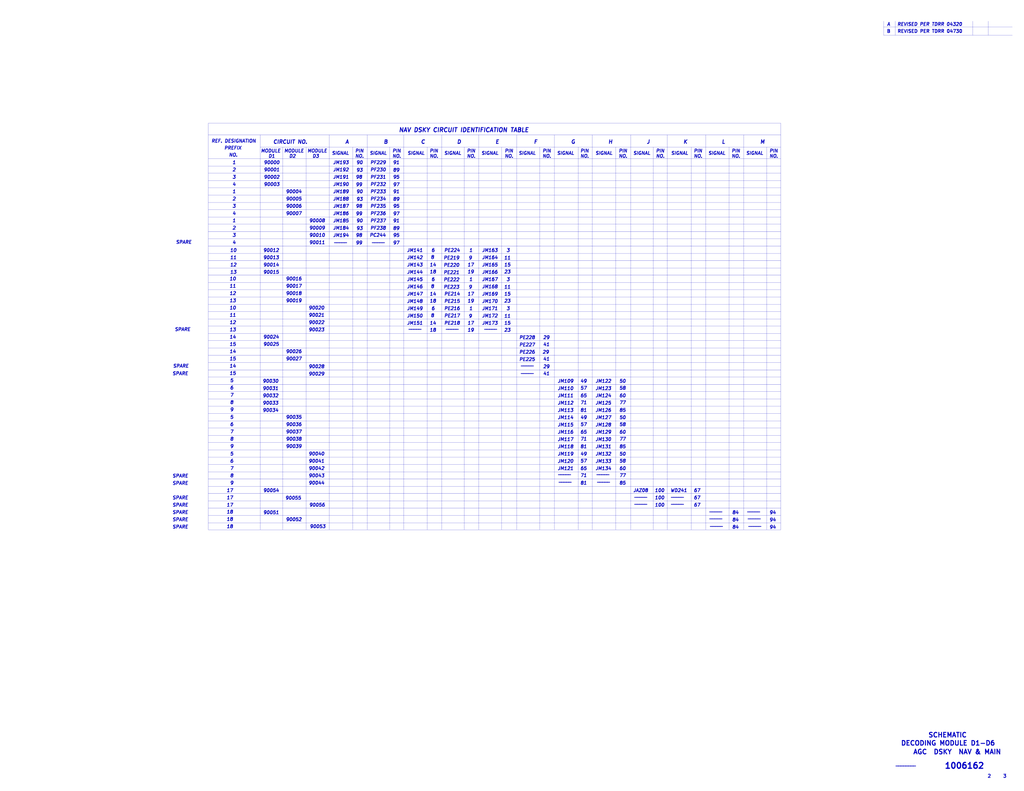
<source format=kicad_sch>
(kicad_sch (version 20211123) (generator eeschema)
  (paper "E")
  (lib_symbols)
  (polyline (pts (xy 227.33 403.9108) (xy 852.17 403.9108)) (stroke (width 0) (type solid)))
  (polyline (pts (xy 227.33 324.4088) (xy 852.17 324.4088)) (stroke (width 0) (type solid)))
  (polyline (pts (xy 227.33 147.32) (xy 852.17 147.32)) (stroke (width 0) (type solid)))
  (polyline (pts (xy 728.345 147.32) (xy 728.345 578.485)) (stroke (width 0) (type solid)))
  (polyline (pts (xy 646.43 147.32) (xy 646.43 578.485)) (stroke (width 0) (type solid)))
  (polyline (pts (xy 227.33 459.5622) (xy 852.17 459.5622)) (stroke (width 0) (type solid)))
  (polyline (pts (xy 227.33 372.11) (xy 852.17 372.11)) (stroke (width 0) (type solid)))
  (polyline (pts (xy 589.28 160.655) (xy 589.28 578.485)) (stroke (width 0) (type solid)))
  (polyline (pts (xy 227.33 562.9148) (xy 852.17 562.9148)) (stroke (width 0) (type solid)))
  (polyline (pts (xy 227.33 189.2554) (xy 852.17 189.2554)) (stroke (width 0) (type solid)))
  (polyline (pts (xy 836.93 160.655) (xy 836.93 578.485)) (stroke (width 0) (type solid)))
  (polyline (pts (xy 754.38 160.655) (xy 754.38 578.485)) (stroke (width 0) (type solid)))
  (polyline (pts (xy 227.33 507.2634) (xy 852.17 507.2634)) (stroke (width 0) (type solid)))
  (polyline (pts (xy 227.33 308.5084) (xy 852.17 308.5084)) (stroke (width 0) (type solid)))
  (polyline (pts (xy 227.33 134.62) (xy 852.17 134.62)) (stroke (width 0) (type solid)))
  (polyline (pts (xy 852.17 134.62) (xy 852.17 578.485)) (stroke (width 0) (type solid)))
  (polyline (pts (xy 713.105 160.655) (xy 713.105 578.485)) (stroke (width 0) (type solid)))
  (polyline (pts (xy 227.33 213.106) (xy 852.17 213.106)) (stroke (width 0) (type solid)))
  (polyline (pts (xy 227.33 380.0602) (xy 852.17 380.0602)) (stroke (width 0) (type solid)))
  (polyline (pts (xy 359.41 147.32) (xy 359.41 578.485)) (stroke (width 0) (type solid)))
  (polyline (pts (xy 227.33 411.861) (xy 852.17 411.861)) (stroke (width 0) (type solid)))
  (polyline (pts (xy 522.605 147.32) (xy 522.605 578.485)) (stroke (width 0) (type solid)))
  (polyline (pts (xy 227.33 499.3132) (xy 852.17 499.3132)) (stroke (width 0) (type solid)))
  (polyline (pts (xy 605.155 147.32) (xy 605.155 578.485)) (stroke (width 0) (type solid)))
  (polyline (pts (xy 227.33 229.0064) (xy 852.17 229.0064)) (stroke (width 0) (type solid)))
  (polyline (pts (xy 227.33 515.2136) (xy 852.17 515.2136)) (stroke (width 0) (type solid)))
  (polyline (pts (xy 308.61 160.655) (xy 308.61 578.485)) (stroke (width 0) (type solid)))
  (polyline (pts (xy 227.33 523.1638) (xy 852.17 523.1638)) (stroke (width 0) (type solid)))
  (polyline (pts (xy 227.33 547.0144) (xy 852.17 547.0144)) (stroke (width 0) (type solid)))
  (polyline (pts (xy 227.33 205.1558) (xy 852.17 205.1558)) (stroke (width 0) (type solid)))
  (polyline (pts (xy 227.33 364.1598) (xy 852.17 364.1598)) (stroke (width 0) (type solid)))
  (polyline (pts (xy 227.33 348.2594) (xy 852.17 348.2594)) (stroke (width 0) (type solid)))
  (polyline (pts (xy 227.33 260.8072) (xy 852.17 260.8072)) (stroke (width 0) (type solid)))
  (polyline (pts (xy 227.33 340.3092) (xy 852.17 340.3092)) (stroke (width 0) (type solid)))
  (polyline (pts (xy 481.965 147.32) (xy 481.965 578.485)) (stroke (width 0) (type solid)))
  (polyline (pts (xy 227.33 134.62) (xy 227.33 578.485)) (stroke (width 0) (type solid)))
  (polyline (pts (xy 770.255 147.32) (xy 770.255 578.485)) (stroke (width 0) (type solid)))
  (polyline (pts (xy 227.33 395.9606) (xy 852.17 395.9606)) (stroke (width 0) (type solid)))
  (polyline (pts (xy 227.33 419.8112) (xy 852.17 419.8112)) (stroke (width 0) (type solid)))
  (polyline (pts (xy 227.33 197.2056) (xy 852.17 197.2056)) (stroke (width 0) (type solid)))
  (polyline (pts (xy 227.33 388.0104) (xy 852.17 388.0104)) (stroke (width 0) (type solid)))
  (polyline (pts (xy 964.311 23.114) (xy 964.311 38.481)) (stroke (width 0) (type solid)))
  (polyline (pts (xy 227.33 356.2096) (xy 852.17 356.2096)) (stroke (width 0) (type solid)))
  (polyline (pts (xy 227.33 221.0562) (xy 852.17 221.0562)) (stroke (width 0) (type solid)))
  (polyline (pts (xy 671.83 160.655) (xy 671.83 578.485)) (stroke (width 0) (type solid)))
  (polyline (pts (xy 563.88 147.32) (xy 563.88 578.485)) (stroke (width 0) (type solid)))
  (polyline (pts (xy 227.33 554.9646) (xy 852.17 554.9646)) (stroke (width 0) (type solid)))
  (polyline (pts (xy 425.45 160.655) (xy 425.45 578.485)) (stroke (width 0) (type solid)))
  (polyline (pts (xy 227.33 284.6578) (xy 852.17 284.6578)) (stroke (width 0) (type solid)))
  (polyline (pts (xy 283.845 160.655) (xy 852.17 160.655)) (stroke (width 0) (type solid)))
  (polyline (pts (xy 964.311 38.481) (xy 1104.9 38.481)) (stroke (width 0) (type solid)))
  (polyline (pts (xy 227.33 332.359) (xy 852.17 332.359)) (stroke (width 0) (type solid)))
  (polyline (pts (xy 227.33 443.6618) (xy 852.17 443.6618)) (stroke (width 0) (type solid)))
  (polyline (pts (xy 440.69 147.32) (xy 440.69 578.485)) (stroke (width 0) (type solid)))
  (polyline (pts (xy 964.311 29.464) (xy 1104.9 29.464)) (stroke (width 0) (type solid)))
  (polyline (pts (xy 227.33 467.5124) (xy 852.17 467.5124)) (stroke (width 0) (type solid)))
  (polyline (pts (xy 811.53 147.32) (xy 811.53 578.485)) (stroke (width 0) (type solid)))
  (polyline (pts (xy 227.33 316.4586) (xy 852.17 316.4586)) (stroke (width 0) (type solid)))
  (polyline (pts (xy 227.33 483.4128) (xy 852.17 483.4128)) (stroke (width 0) (type solid)))
  (polyline (pts (xy 227.33 427.7614) (xy 852.17 427.7614)) (stroke (width 0) (type solid)))
  (polyline (pts (xy 227.33 539.0642) (xy 852.17 539.0642)) (stroke (width 0) (type solid)))
  (polyline (pts (xy 227.33 475.4626) (xy 852.17 475.4626)) (stroke (width 0) (type solid)))
  (polyline (pts (xy 227.33 252.857) (xy 852.17 252.857)) (stroke (width 0) (type solid)))
  (polyline (pts (xy 977.011 23.114) (xy 977.011 38.481)) (stroke (width 0) (type solid)))
  (polyline (pts (xy 1078.611 23.114) (xy 1078.611 38.481)) (stroke (width 0) (type solid)))
  (polyline (pts (xy 334.01 160.655) (xy 334.01 578.485)) (stroke (width 0) (type solid)))
  (polyline (pts (xy 384.81 160.655) (xy 384.81 578.485)) (stroke (width 0) (type solid)))
  (polyline (pts (xy 227.33 268.7574) (xy 852.17 268.7574)) (stroke (width 0) (type solid)))
  (polyline (pts (xy 227.33 276.7076) (xy 852.17 276.7076)) (stroke (width 0) (type solid)))
  (polyline (pts (xy 227.33 435.7116) (xy 852.17 435.7116)) (stroke (width 0) (type solid)))
  (polyline (pts (xy 631.19 160.655) (xy 631.19 578.485)) (stroke (width 0) (type solid)))
  (polyline (pts (xy 283.845 147.32) (xy 283.845 578.485)) (stroke (width 0) (type solid)))
  (polyline (pts (xy 227.33 531.114) (xy 852.17 531.114)) (stroke (width 0) (type solid)))
  (polyline (pts (xy 227.33 236.9566) (xy 852.17 236.9566)) (stroke (width 0) (type solid)))
  (polyline (pts (xy 227.33 292.608) (xy 852.17 292.608)) (stroke (width 0) (type solid)))
  (polyline (pts (xy 227.33 578.8152) (xy 852.17 578.8152)) (stroke (width 0) (type solid)))
  (polyline (pts (xy 227.33 173.355) (xy 852.17 173.355)) (stroke (width 0) (type solid)))
  (polyline (pts (xy 547.37 160.655) (xy 547.37 578.485)) (stroke (width 0) (type solid)))
  (polyline (pts (xy 227.33 300.5582) (xy 852.17 300.5582)) (stroke (width 0) (type solid)))
  (polyline (pts (xy 466.09 160.655) (xy 466.09 578.485)) (stroke (width 0) (type solid)))
  (polyline (pts (xy 227.33 451.612) (xy 852.17 451.612)) (stroke (width 0) (type solid)))
  (polyline (pts (xy 795.655 160.655) (xy 795.655 578.485)) (stroke (width 0) (type solid)))
  (polyline (pts (xy 688.34 147.32) (xy 688.34 578.485)) (stroke (width 0) (type solid)))
  (polyline (pts (xy 227.33 570.865) (xy 852.17 570.865)) (stroke (width 0) (type solid)))
  (polyline (pts (xy 227.33 491.363) (xy 852.17 491.363)) (stroke (width 0) (type solid)))
  (polyline (pts (xy 506.73 160.655) (xy 506.73 578.485)) (stroke (width 0) (type solid)))
  (polyline (pts (xy 227.33 244.9068) (xy 852.17 244.9068)) (stroke (width 0) (type solid)))
  (polyline (pts (xy 400.685 147.32) (xy 400.685 578.485)) (stroke (width 0) (type solid)))
  (polyline (pts (xy 227.33 181.3052) (xy 852.17 181.3052)) (stroke (width 0) (type solid)))
  (polyline (pts (xy 1061.72 23.114) (xy 1061.72 38.481)) (stroke (width 0) (type solid)))
  (text "95" (at 428.625 227.3808 0) (effects (font (size 3.556 3.556) (thickness 0.7112) bold italic) (justify left bottom)))
  (text "JM189" (at 363.22 211.5058 0) (effects (font (size 3.556 3.556) (thickness 0.7112) bold italic) (justify left bottom)))
  (text "PIN\nNO." (at 675.005 172.72 0) (effects (font (size 3.556 3.556) (thickness 0.7112) bold italic) (justify left bottom)))
  (text "JM127" (at 649.605 458.216 0) (effects (font (size 3.556 3.556) (thickness 0.7112) bold italic) (justify left bottom)))
  (text "90029" (at 336.55 410.5402 0) (effects (font (size 3.556 3.556) (thickness 0.7112) bold italic) (justify left bottom)))
  (text "2" (at 253.365 219.4052 0) (effects (font (size 3.556 3.556) (thickness 0.7112) bold italic) (justify left bottom)))
  (text "JM117" (at 608.33 482.0666 0) (effects (font (size 3.556 3.556) (thickness 0.7112) bold italic) (justify left bottom)))
  (text "9" (at 511.175 283.845 0) (effects (font (size 3.556 3.556) (thickness 0.7112) bold italic) (justify left bottom)))
  (text "60" (at 675.64 513.842 0) (effects (font (size 3.556 3.556) (thickness 0.7112) bold italic) (justify left bottom)))
  (text "9" (at 250.825 489.6358 0) (effects (font (size 3.556 3.556) (thickness 0.7112) bold italic) (justify left bottom)))
  (text "90053" (at 337.82 577.215 0) (effects (font (size 3.556 3.556) (thickness 0.7112) bold italic) (justify left bottom)))
  (text "PE221" (at 483.87 299.7454 0) (effects (font (size 3.556 3.556) (thickness 0.7112) bold italic) (justify left bottom)))
  (text "8" (at 250.825 521.6906 0) (effects (font (size 3.556 3.556) (thickness 0.7112) bold italic) (justify left bottom)))
  (text "A   REVISED PER TDRR 04320" (at 967.867 28.702 0) (effects (font (size 3.556 3.556) (thickness 0.7112) bold italic) (justify left bottom)))
  (text "94" (at 839.47 577.8754 0) (effects (font (size 3.556 3.556) (thickness 0.7112) bold italic) (justify left bottom)))
  (text "23" (at 549.91 299.085 0) (effects (font (size 3.556 3.556) (thickness 0.7112) bold italic) (justify left bottom)))
  (text "81" (at 633.095 529.717 0) (effects (font (size 3.556 3.556) (thickness 0.7112) bold italic) (justify left bottom)))
  (text "14" (at 468.63 323.2658 0) (effects (font (size 3.556 3.556) (thickness 0.7112) bold italic) (justify left bottom)))
  (text "90000" (at 287.655 179.705 0) (effects (font (size 3.556 3.556) (thickness 0.7112) bold italic) (justify left bottom)))
  (text "90018" (at 311.785 322.6054 0) (effects (font (size 3.556 3.556) (thickness 0.7112) bold italic) (justify left bottom)))
  (text "90030" (at 286.385 418.465 0) (effects (font (size 3.556 3.556) (thickness 0.7112) bold italic) (justify left bottom)))
  (text "19" (at 509.905 330.8858 0) (effects (font (size 3.556 3.556) (thickness 0.7112) bold italic) (justify left bottom)))
  (text "_____" (at 774.065 567.055 0) (effects (font (size 3.556 3.556) (thickness 0.7112) bold italic) (justify left bottom)))
  (text "SPARE" (at 191.77 266.7 0) (effects (font (size 3.556 3.556) (thickness 0.7112) bold italic) (justify left bottom)))
  (text "14" (at 250.19 401.955 0) (effects (font (size 3.556 3.556) (thickness 0.7112) bold italic) (justify left bottom)))
  (text "15" (at 250.19 409.9052 0) (effects (font (size 3.556 3.556) (thickness 0.7112) bold italic) (justify left bottom)))
  (text "JM191" (at 363.22 195.6054 0) (effects (font (size 3.556 3.556) (thickness 0.7112) bold italic) (justify left bottom)))
  (text "90026" (at 311.785 386.08 0) (effects (font (size 3.556 3.556) (thickness 0.7112) bold italic) (justify left bottom)))
  (text "4" (at 253.365 235.3056 0) (effects (font (size 3.556 3.556) (thickness 0.7112) bold italic) (justify left bottom)))
  (text "15" (at 549.91 323.2658 0) (effects (font (size 3.556 3.556) (thickness 0.7112) bold italic) (justify left bottom)))
  (text "PE218" (at 484.505 355.0158 0) (effects (font (size 3.556 3.556) (thickness 0.7112) bold italic) (justify left bottom)))
  (text "JM149" (at 443.865 339.1916 0) (effects (font (size 3.556 3.556) (thickness 0.7112) bold italic) (justify left bottom)))
  (text "5" (at 250.825 497.84 0) (effects (font (size 3.556 3.556) (thickness 0.7112) bold italic) (justify left bottom)))
  (text "1" (at 511.81 307.3908 0) (effects (font (size 3.556 3.556) (thickness 0.7112) bold italic) (justify left bottom)))
  (text "3" (at 552.45 339.1916 0) (effects (font (size 3.556 3.556) (thickness 0.7112) bold italic) (justify left bottom)))
  (text "100" (at 714.375 545.7952 0) (effects (font (size 3.556 3.556) (thickness 0.7112) bold italic) (justify left bottom)))
  (text "SPARE" (at 187.96 529.9202 0) (effects (font (size 3.556 3.556) (thickness 0.7112) bold italic) (justify left bottom)))
  (text "JM144" (at 443.865 299.4406 0) (effects (font (size 3.556 3.556) (thickness 0.7112) bold italic) (justify left bottom)))
  (text "90007" (at 311.785 235.3056 0) (effects (font (size 3.556 3.556) (thickness 0.7112) bold italic) (justify left bottom)))
  (text "17" (at 509.905 291.465 0) (effects (font (size 3.556 3.556) (thickness 0.7112) bold italic) (justify left bottom)))
  (text "11" (at 549.91 315.6458 0) (effects (font (size 3.556 3.556) (thickness 0.7112) bold italic) (justify left bottom)))
  (text "6" (at 250.825 505.7902 0) (effects (font (size 3.556 3.556) (thickness 0.7112) bold italic) (justify left bottom)))
  (text "67" (at 756.92 553.7454 0) (effects (font (size 3.556 3.556) (thickness 0.7112) bold italic) (justify left bottom)))
  (text "94" (at 839.47 569.9252 0) (effects (font (size 3.556 3.556) (thickness 0.7112) bold italic) (justify left bottom)))
  (text "85" (at 675.64 529.717 0) (effects (font (size 3.556 3.556) (thickness 0.7112) bold italic) (justify left bottom)))
  (text "84" (at 798.83 561.975 0) (effects (font (size 3.556 3.556) (thickness 0.7112) bold italic) (justify left bottom)))
  (text "JM146" (at 443.865 315.341 0) (effects (font (size 3.556 3.556) (thickness 0.7112) bold italic) (justify left bottom)))
  (text "JM119" (at 608.33 497.967 0) (effects (font (size 3.556 3.556) (thickness 0.7112) bold italic) (justify left bottom)))
  (text "77" (at 675.64 521.462 0) (effects (font (size 3.556 3.556) (thickness 0.7112) bold italic) (justify left bottom)))
  (text "SIGNAL" (at 444.5 169.545 0) (effects (font (size 3.556 3.556) (thickness 0.7112) bold italic) (justify left bottom)))
  (text "81" (at 633.095 489.966 0) (effects (font (size 3.556 3.556) (thickness 0.7112) bold italic) (justify left bottom)))
  (text "K" (at 745.49 157.48 0) (effects (font (size 4.064 4.064) (thickness 0.8128) bold italic) (justify left bottom)))
  (text "18" (at 468.63 330.8858 0) (effects (font (size 3.556 3.556) (thickness 0.7112) bold italic) (justify left bottom)))
  (text "JM188" (at 363.22 219.456 0) (effects (font (size 3.556 3.556) (thickness 0.7112) bold italic) (justify left bottom)))
  (text "90035" (at 311.785 457.835 0) (effects (font (size 3.556 3.556) (thickness 0.7112) bold italic) (justify left bottom)))
  (text "SIGNAL" (at 649.605 169.545 0) (effects (font (size 3.556 3.556) (thickness 0.7112) bold italic) (justify left bottom)))
  (text "_____" (at 692.15 543.56 0) (effects (font (size 3.556 3.556) (thickness 0.7112) bold italic) (justify left bottom)))
  (text "SIGNAL" (at 607.695 169.545 0) (effects (font (size 3.556 3.556) (thickness 0.7112) bold italic) (justify left bottom)))
  (text "8" (at 469.9 315.0108 0) (effects (font (size 3.556 3.556) (thickness 0.7112) bold italic) (justify left bottom)))
  (text "90" (at 388.62 211.5058 0) (effects (font (size 3.556 3.556) (thickness 0.7112) bold italic) (justify left bottom)))
  (text "SCHEMATIC" (at 1012.825 805.815 0) (effects (font (size 5.08 5.08) (thickness 1.016) bold) (justify left bottom)))
  (text "84" (at 798.83 577.8754 0) (effects (font (size 3.556 3.556) (thickness 0.7112) bold italic) (justify left bottom)))
  (text "PE226" (at 566.42 386.7404 0) (effects (font (size 3.556 3.556) (thickness 0.7112) bold italic) (justify left bottom)))
  (text "_____" (at 405.765 265.43 0) (effects (font (size 3.556 3.556) (thickness 0.7112) bold italic) (justify left bottom)))
  (text "93" (at 388.62 251.5616 0) (effects (font (size 3.556 3.556) (thickness 0.7112) bold italic) (justify left bottom)))
  (text "50" (at 675.64 458.216 0) (effects (font (size 3.556 3.556) (thickness 0.7112) bold italic) (justify left bottom)))
  (text "PF235" (at 403.86 227.4062 0) (effects (font (size 3.556 3.556) (thickness 0.7112) bold italic) (justify left bottom)))
  (text "MODULE\n  D3" (at 335.28 172.72 0) (effects (font (size 3.556 3.556) (thickness 0.7112) bold italic) (justify left bottom)))
  (text "18" (at 247.015 561.34 0) (effects (font (size 3.556 3.556) (thickness 0.7112) bold italic) (justify left bottom)))
  (text "_____" (at 816.61 575.31 0) (effects (font (size 3.556 3.556) (thickness 0.7112) bold italic) (justify left bottom)))
  (text "81" (at 633.095 450.215 0) (effects (font (size 3.556 3.556) (thickness 0.7112) bold italic) (justify left bottom)))
  (text "90037" (at 311.785 473.7354 0) (effects (font (size 3.556 3.556) (thickness 0.7112) bold italic) (justify left bottom)))
  (text "JM184" (at 363.22 251.2568 0) (effects (font (size 3.556 3.556) (thickness 0.7112) bold italic) (justify left bottom)))
  (text "C" (at 459.105 157.48 0) (effects (font (size 4.064 4.064) (thickness 0.8128) bold italic) (justify left bottom)))
  (text "PE215" (at 484.505 331.1652 0) (effects (font (size 3.556 3.556) (thickness 0.7112) bold italic) (justify left bottom)))
  (text "PF238" (at 403.86 251.2568 0) (effects (font (size 3.556 3.556) (thickness 0.7112) bold italic) (justify left bottom)))
  (text "49" (at 633.095 418.465 0) (effects (font (size 3.556 3.556) (thickness 0.7112) bold italic) (justify left bottom)))
  (text "19" (at 509.905 299.085 0) (effects (font (size 3.556 3.556) (thickness 0.7112) bold italic) (justify left bottom)))
  (text "1006162" (at 1030.605 840.105 0) (effects (font (size 6.35 6.35) (thickness 1.27) bold) (justify left bottom)))
  (text "90042" (at 336.55 513.7404 0) (effects (font (size 3.556 3.556) (thickness 0.7112) bold italic) (justify left bottom)))
  (text "90036" (at 311.785 465.7852 0) (effects (font (size 3.556 3.556) (thickness 0.7112) bold italic) (justify left bottom)))
  (text "_____" (at 774.7 575.31 0) (effects (font (size 3.556 3.556) (thickness 0.7112) bold italic) (justify left bottom)))
  (text "SPARE" (at 190.5 361.95 0) (effects (font (size 3.556 3.556) (thickness 0.7112) bold italic) (justify left bottom)))
  (text "JAZ08" (at 690.88 537.845 0) (effects (font (size 3.556 3.556) (thickness 0.7112) bold italic) (justify left bottom)))
  (text "JM165" (at 525.78 291.4904 0) (effects (font (size 3.556 3.556) (thickness 0.7112) bold italic) (justify left bottom)))
  (text "90" (at 388.62 179.705 0) (effects (font (size 3.556 3.556) (thickness 0.7112) bold italic) (justify left bottom)))
  (text "12" (at 250.19 354.3554 0) (effects (font (size 3.556 3.556) (thickness 0.7112) bold italic) (justify left bottom)))
  (text "89" (at 428.625 187.96 0) (effects (font (size 3.556 3.556) (thickness 0.7112) bold italic) (justify left bottom)))
  (text "JM116" (at 608.33 474.1164 0) (effects (font (size 3.556 3.556) (thickness 0.7112) bold italic) (justify left bottom)))
  (text "90043" (at 336.55 521.6906 0) (effects (font (size 3.556 3.556) (thickness 0.7112) bold italic) (justify left bottom)))
  (text "JM128" (at 649.605 466.1662 0) (effects (font (size 3.556 3.556) (thickness 0.7112) bold italic) (justify left bottom)))
  (text "50" (at 675.64 497.967 0) (effects (font (size 3.556 3.556) (thickness 0.7112) bold italic) (justify left bottom)))
  (text "90003" (at 287.655 203.5556 0) (effects (font (size 3.556 3.556) (thickness 0.7112) bold italic) (justify left bottom)))
  (text "90040" (at 336.55 497.84 0) (effects (font (size 3.556 3.556) (thickness 0.7112) bold italic) (justify left bottom)))
  (text "JM143" (at 443.865 291.4904 0) (effects (font (size 3.556 3.556) (thickness 0.7112) bold italic) (justify left bottom)))
  (text "JM133" (at 649.605 505.9172 0) (effects (font (size 3.556 3.556) (thickness 0.7112) bold italic) (justify left bottom)))
  (text "JM113" (at 608.33 450.2658 0) (effects (font (size 3.556 3.556) (thickness 0.7112) bold italic) (justify left bottom)))
  (text "57" (at 633.095 426.085 0) (effects (font (size 3.556 3.556) (thickness 0.7112) bold italic) (justify left bottom)))
  (text "85" (at 675.64 489.966 0) (effects (font (size 3.556 3.556) (thickness 0.7112) bold italic) (justify left bottom)))
  (text "PF233" (at 403.86 211.5058 0) (effects (font (size 3.556 3.556) (thickness 0.7112) bold italic) (justify left bottom)))
  (text "84" (at 798.83 569.9252 0) (effects (font (size 3.556 3.556) (thickness 0.7112) bold italic) (justify left bottom)))
  (text "14" (at 250.19 370.2558 0) (effects (font (size 3.556 3.556) (thickness 0.7112) bold italic) (justify left bottom)))
  (text "11" (at 549.91 347.4466 0) (effects (font (size 3.556 3.556) (thickness 0.7112) bold italic) (justify left bottom)))
  (text "REF. DESIGNATION" (at 230.505 156.21 0) (effects (font (size 3.556 3.556) (thickness 0.7112) bold italic) (justify left bottom)))
  (text "58" (at 675.64 426.085 0) (effects (font (size 3.556 3.556) (thickness 0.7112) bold italic) (justify left bottom)))
  (text "3" (at 552.45 307.3908 0) (effects (font (size 3.556 3.556) (thickness 0.7112) bold italic) (justify left bottom)))
  (text "4" (at 253.365 203.5556 0) (effects (font (size 3.556 3.556) (thickness 0.7112) bold italic) (justify left bottom)))
  (text "JM129" (at 649.605 474.1164 0) (effects (font (size 3.556 3.556) (thickness 0.7112) bold italic) (justify left bottom)))
  (text "JM192" (at 363.22 187.6552 0) (effects (font (size 3.556 3.556) (thickness 0.7112) bold italic) (justify left bottom)))
  (text "95" (at 428.625 195.58 0) (effects (font (size 3.556 3.556) (thickness 0.7112) bold italic) (justify left bottom)))
  (text "_____" (at 568.325 400.05 0) (effects (font (size 3.556 3.556) (thickness 0.7112) bold italic) (justify left bottom)))
  (text "97" (at 428.625 235.6358 0) (effects (font (size 3.556 3.556) (thickness 0.7112) bold italic) (justify left bottom)))
  (text "SIGNAL" (at 565.785 169.545 0) (effects (font (size 3.556 3.556) (thickness 0.7112) bold italic) (justify left bottom)))
  (text "SIGNAL" (at 484.505 169.545 0) (effects (font (size 3.556 3.556) (thickness 0.7112) bold italic) (justify left bottom)))
  (text "PIN\nNO." (at 839.47 172.72 0) (effects (font (size 3.556 3.556) (thickness 0.7112) bold italic) (justify left bottom)))
  (text "JM142" (at 443.865 283.5402 0) (effects (font (size 3.556 3.556) (thickness 0.7112) bold italic) (justify left bottom)))
  (text "PIN\nNO." (at 468.63 172.72 0) (effects (font (size 3.556 3.556) (thickness 0.7112) bold italic) (justify left bottom)))
  (text "99" (at 387.985 235.6358 0) (effects (font (size 3.556 3.556) (thickness 0.7112) bold italic) (justify left bottom)))
  (text "9" (at 250.825 449.6308 0) (effects (font (size 3.556 3.556) (thickness 0.7112) bold italic) (justify left bottom)))
  (text "PE214" (at 484.505 323.215 0) (effects (font (size 3.556 3.556) (thickness 0.7112) bold italic) (justify left bottom)))
  (text "JM115" (at 608.33 466.1662 0) (effects (font (size 3.556 3.556) (thickness 0.7112) bold italic) (justify left bottom)))
  (text "71" (at 633.095 481.711 0) (effects (font (size 3.556 3.556) (thickness 0.7112) bold italic) (justify left bottom)))
  (text "60" (at 675.64 434.34 0) (effects (font (size 3.556 3.556) (thickness 0.7112) bold italic) (justify left bottom)))
  (text "PIN\nNO." (at 387.35 172.72 0) (effects (font (size 3.556 3.556) (thickness 0.7112) bold italic) (justify left bottom)))
  (text "PF237" (at 403.86 243.3066 0) (effects (font (size 3.556 3.556) (thickness 0.7112) bold italic) (justify left bottom)))
  (text "3" (at 253.365 195.6054 0) (effects (font (size 3.556 3.556) (thickness 0.7112) bold italic) (justify left bottom)))
  (text "12" (at 250.825 291.4904 0) (effects (font (size 3.556 3.556) (thickness 0.7112) bold italic) (justify left bottom)))
  (text "67" (at 756.92 545.7952 0) (effects (font (size 3.556 3.556) (thickness 0.7112) bold italic) (justify left bottom)))
  (text "90031" (at 286.385 426.4152 0) (effects (font (size 3.556 3.556) (thickness 0.7112) bold italic) (justify left bottom)))
  (text "3" (at 253.365 259.1054 0) (effects (font (size 3.556 3.556) (thickness 0.7112) bold italic) (justify left bottom)))
  (text "29" (at 592.455 370.84 0) (effects (font (size 3.556 3.556) (thickness 0.7112) bold italic) (justify left bottom)))
  (text "JM185" (at 363.22 243.3066 0) (effects (font (size 3.556 3.556) (thickness 0.7112) bold italic) (justify left bottom)))
  (text "JM120" (at 608.33 505.9172 0) (effects (font (size 3.556 3.556) (thickness 0.7112) bold italic) (justify left bottom)))
  (text "JM164" (at 525.78 283.5402 0) (effects (font (size 3.556 3.556) (thickness 0.7112) bold italic) (justify left bottom)))
  (text "17" (at 247.015 545.7952 0) (effects (font (size 3.556 3.556) (thickness 0.7112) bold italic) (justify left bottom)))
  (text "J" (at 705.485 157.48 0) (effects (font (size 4.064 4.064) (thickness 0.8128) bold italic) (justify left bottom)))
  (text "G" (at 622.935 157.48 0) (effects (font (size 4.064 4.064) (thickness 0.8128) bold italic) (justify left bottom)))
  (text "JM125" (at 649.605 442.3156 0) (effects (font (size 3.556 3.556) (thickness 0.7112) bold italic) (justify left bottom)))
  (text "PE223" (at 483.87 315.6458 0) (effects (font (size 3.556 3.556) (thickness 0.7112) bold italic) (justify left bottom)))
  (text "9" (at 511.175 347.4466 0) (effects (font (size 3.556 3.556) (thickness 0.7112) bold italic) (justify left bottom)))
  (text "90015" (at 287.02 299.4406 0) (effects (font (size 3.556 3.556) (thickness 0.7112) bold italic) (justify left bottom)))
  (text "_____" (at 445.77 360.045 0) (effects (font (size 3.556 3.556) (thickness 0.7112) bold italic) (justify left bottom)))
  (text "SPARE" (at 187.96 577.6214 0) (effects (font (size 3.556 3.556) (thickness 0.7112) bold italic) (justify left bottom)))
  (text "JM110" (at 608.33 426.4152 0) (effects (font (size 3.556 3.556) (thickness 0.7112) bold italic) (justify left bottom)))
  (text "JM167" (at 525.78 307.3908 0) (effects (font (size 3.556 3.556) (thickness 0.7112) bold italic) (justify left bottom)))
  (text "M" (at 829.31 157.48 0) (effects (font (size 4.064 4.064) (thickness 0.8128) bold italic) (justify left bottom)))
  (text "_____" (at 815.34 559.435 0) (effects (font (size 3.556 3.556) (thickness 0.7112) bold italic) (justify left bottom)))
  (text "41" (at 592.455 378.46 0) (effects (font (size 3.556 3.556) (thickness 0.7112) bold italic) (justify left bottom)))
  (text "PC244" (at 403.225 259.08 0) (effects (font (size 3.556 3.556) (thickness 0.7112) bold italic) (justify left bottom)))
  (text "PIN\nNO." (at 715.645 172.72 0) (effects (font (size 3.556 3.556) (thickness 0.7112) bold italic) (justify left bottom)))
  (text "14" (at 250.19 386.08 0) (effects (font (size 3.556 3.556) (thickness 0.7112) bold italic) (justify left bottom)))
  (text "SIGNAL" (at 732.155 169.545 0) (effects (font (size 3.556 3.556) (thickness 0.7112) bold italic) (justify left bottom)))
  (text "MODULE\n  D2" (at 309.88 172.72 0) (effects (font (size 3.556 3.556) (thickness 0.7112) bold italic) (justify left bottom)))
  (text "PIN\nNO." (at 591.82 172.72 0) (effects (font (size 3.556 3.556) (thickness 0.7112) bold italic) (justify left bottom)))
  (text "97" (at 428.625 267.4366 0) (effects (font (size 3.556 3.556) (thickness 0.7112) bold italic) (justify left bottom)))
  (text "17" (at 247.015 537.845 0) (effects (font (size 3.556 3.556) (thickness 0.7112) bold italic) (justify left bottom)))
  (text "49" (at 633.095 497.967 0) (effects (font (size 3.556 3.556) (thickness 0.7112) bold italic) (justify left bottom)))
  (text "90021" (at 336.55 346.4052 0) (effects (font (size 3.556 3.556) (thickness 0.7112) bold italic) (justify left bottom)))
  (text "93" (at 388.62 219.7608 0) (effects (font (size 3.556 3.556) (thickness 0.7112) bold italic) (justify left bottom)))
  (text "90008" (at 337.185 243.205 0) (effects (font (size 3.556 3.556) (thickness 0.7112) bold italic) (justify left bottom)))
  (text "14" (at 468.63 291.465 0) (effects (font (size 3.556 3.556) (thickness 0.7112) bold italic) (justify left bottom)))
  (text "JM186" (at 363.22 235.3564 0) (effects (font (size 3.556 3.556) (thickness 0.7112) bold italic) (justify left bottom)))
  (text "90017" (at 311.785 314.6552 0) (effects (font (size 3.556 3.556) (thickness 0.7112) bold italic) (justify left bottom)))
  (text "_____" (at 609.6 527.05 0) (effects (font (size 3.556 3.556) (thickness 0.7112) bold italic) (justify left bottom)))
  (text "PF231" (at 403.86 195.6054 0) (effects (font (size 3.556 3.556) (thickness 0.7112) bold italic) (justify left bottom)))
  (text "PIN\nNO." (at 633.095 172.72 0) (effects (font (size 3.556 3.556) (thickness 0.7112) bold italic) (justify left bottom)))
  (text "JM122" (at 649.605 418.465 0) (effects (font (size 3.556 3.556) (thickness 0.7112) bold italic) (justify left bottom)))
  (text "NO." (at 249.555 171.45 0) (effects (font (size 3.556 3.556) (thickness 0.7112) bold italic) (justify left bottom)))
  (text "JM132" (at 649.605 497.967 0) (effects (font (size 3.556 3.556) (thickness 0.7112) bold italic) (justify left bottom)))
  (text "90002" (at 287.655 195.6054 0) (effects (font (size 3.556 3.556) (thickness 0.7112) bold italic) (justify left bottom)))
  (text "B   REVISED PER TDRR 04730" (at 967.613 36.322 0) (effects (font (size 3.556 3.556) (thickness 0.7112) bold) (justify left bottom)))
  (text "PE225" (at 566.42 394.6906 0) (effects (font (size 3.556 3.556) (thickness 0.7112) bold italic) (justify left bottom)))
  (text "90004" (at 311.785 211.455 0) (effects (font (size 3.556 3.556) (thickness 0.7112) bold italic) (justify left bottom)))
  (text "90010" (at 337.185 259.1054 0) (effects (font (size 3.556 3.556) (thickness 0.7112) bold italic) (justify left bottom)))
  (text "90052" (at 311.785 569.595 0) (effects (font (size 3.556 3.556) (thickness 0.7112) bold italic) (justify left bottom)))
  (text "13" (at 250.19 330.5556 0) (effects (font (size 3.556 3.556) (thickness 0.7112) bold italic) (justify left bottom)))
  (text "JM114" (at 608.33 458.216 0) (effects (font (size 3.556 3.556) (thickness 0.7112) bold italic) (justify left bottom)))
  (text "SIGNAL" (at 525.145 169.545 0) (effects (font (size 3.556 3.556) (thickness 0.7112) bold italic) (justify left bottom)))
  (text "JM121" (at 608.33 513.8674 0) (effects (font (size 3.556 3.556) (thickness 0.7112) bold italic) (justify left bottom)))
  (text "JM118" (at 608.33 490.0168 0) (effects (font (size 3.556 3.556) (thickness 0.7112) bold italic) (justify left bottom)))
  (text "3" (at 552.45 275.59 0) (effects (font (size 3.556 3.556) (thickness 0.7112) bold italic) (justify left bottom)))
  (text "41" (at 592.455 410.2608 0) (effects (font (size 3.556 3.556) (thickness 0.7112) bold italic) (justify left bottom)))
  (text "_____" (at 364.49 265.43 0) (effects (font (size 3.556 3.556) (thickness 0.7112) bold italic) (justify left bottom)))
  (text "90051" (at 287.02 561.975 0) (effects (font (size 3.556 3.556) (thickness 0.7112) bold italic) (justify left bottom)))
  (text "2" (at 253.365 251.1552 0) (effects (font (size 3.556 3.556) (thickness 0.7112) bold italic) (justify left bottom)))
  (text "SPARE" (at 187.96 410.21 0) (effects (font (size 3.556 3.556) (thickness 0.7112) bold italic) (justify left bottom)))
  (text "SPARE" (at 187.96 553.7708 0) (effects (font (size 3.556 3.556) (thickness 0.7112) bold italic) (justify left bottom)))
  (text "90044" (at 336.55 529.6408 0) (effects (font (size 3.556 3.556) (thickness 0.7112) bold italic) (justify left bottom)))
  (text "60" (at 675.64 474.091 0) (effects (font (size 3.556 3.556) (thickness 0.7112) bold italic) (justify left bottom)))
  (text "49" (at 633.095 458.216 0) (effects (font (size 3.556 3.556) (thickness 0.7112) bold italic) (justify left bottom)))
  (text "17" (at 247.015 553.7454 0) (effects (font (size 3.556 3.556) (thickness 0.7112) bold italic) (justify left bottom)))
  (text "90" (at 388.62 243.3066 0) (effects (font (size 3.556 3.556) (thickness 0.7112) bold italic) (justify left bottom)))
  (text "1" (at 253.365 179.705 0) (effects (font (size 3.556 3.556) (thickness 0.7112) bold italic) (justify left bottom)))
  (text "PE224" (at 484.505 275.59 0) (effects (font (size 3.556 3.556) (thickness 0.7112) bold italic) (justify left bottom)))
  (text "97" (at 428.625 203.835 0) (effects (font (size 3.556 3.556) (thickness 0.7112) bold italic) (justify left bottom)))
  (text "91" (at 428.625 179.705 0) (effects (font (size 3.556 3.556) (thickness 0.7112) bold italic) (justify left bottom)))
  (text "JM163" (at 525.78 275.59 0) (effects (font (size 3.556 3.556) (thickness 0.7112) bold italic) (justify left bottom)))
  (text "65" (at 633.095 474.091 0) (effects (font (size 3.556 3.556) (thickness 0.7112) bold italic) (justify left bottom)))
  (text "77" (at 675.64 441.96 0) (effects (font (size 3.556 3.556) (thickness 0.7112) bold italic) (justify left bottom)))
  (text "1" (at 253.365 211.455 0) (effects (font (size 3.556 3.556) (thickness 0.7112) bold italic) (justify left bottom)))
  (text "_____" (at 815.975 567.055 0) (effects (font (size 3.556 3.556) (thickness 0.7112) bold italic) (justify left bottom)))
  (text "PIN\nNO." (at 798.195 172.72 0) (effects (font (size 3.556 3.556) (thickness 0.7112) bold italic) (justify left bottom)))
  (text "6" (at 470.535 307.3908 0) (effects (font (size 3.556 3.556) (thickness 0.7112) bold italic) (justify left bottom)))
  (text "99" (at 387.985 203.835 0) (effects (font (size 3.556 3.556) (thickness 0.7112) bold italic) (justify left bottom)))
  (text "100" (at 714.375 537.845 0) (effects (font (size 3.556 3.556) (thickness 0.7112) bold italic) (justify left bottom)))
  (text "90032" (at 286.385 434.3654 0) (effects (font (size 3.556 3.556) (thickness 0.7112) bold italic) (justify left bottom)))
  (text "8" (at 250.825 481.6856 0) (effects (font (size 3.556 3.556) (thickness 0.7112) bold italic) (justify left bottom)))
  (text "SPARE" (at 187.96 521.97 0) (effects (font (size 3.556 3.556) (thickness 0.7112) bold italic) (justify left bottom)))
  (text "JM123" (at 649.605 426.4152 0) (effects (font (size 3.556 3.556) (thickness 0.7112) bold italic) (justify left bottom)))
  (text "JM131" (at 649.605 490.0168 0) (effects (font (size 3.556 3.556) (thickness 0.7112) bold italic) (justify left bottom)))
  (text "90041" (at 336.55 505.7902 0) (effects (font (size 3.556 3.556) (thickness 0.7112) bold italic) (justify left bottom)))
  (text "89" (at 428.625 251.5616 0) (effects (font (size 3.556 3.556) (thickness 0.7112) bold italic) (justify left bottom)))
  (text "90012" (at 287.02 275.59 0) (effects (font (size 3.556 3.556) (thickness 0.7112) bold italic) (justify left bottom)))
  (text "90024" (at 287.02 370.205 0) (effects (font (size 3.556 3.556) (thickness 0.7112) bold italic) (justify left bottom)))
  (text "SPARE" (at 187.96 561.721 0) (effects (font (size 3.556 3.556) (thickness 0.7112) bold italic) (justify left bottom)))
  (text "NAV DSKY CIRCUIT IDENTIFICATION TABLE" (at 434.975 144.78 0) (effects (font (size 4.572 4.572) (thickness 0.9144) bold italic) (justify left bottom)))
  (text "8" (at 469.9 283.21 0) (effects (font (size 3.556 3.556) (thickness 0.7112) bold italic) (justify left bottom)))
  (text "PE222" (at 483.87 307.6956 0) (effects (font (size 3.556 3.556) (thickness 0.7112) bold italic) (justify left bottom)))
  (text "SPARE" (at 188.595 401.955 0) (effects (font (size 3.556 3.556) (thickness 0.7112) bold italic) (justify left bottom)))
  (text "PE217" (at 484.505 347.0656 0) (effects (font (size 3.556 3.556) (thickness 0.7112) bold italic) (justify left bottom)))
  (text "90001" (at 287.655 187.6552 0) (effects (font (size 3.556 3.556) (thickness 0.7112) bold italic) (justify left bottom)))
  (text "H" (at 663.575 157.48 0) (effects (font (size 4.064 4.064) (thickness 0.8128) bold italic) (justify left bottom)))
  (text "90033" (at 286.385 442.3156 0) (effects (font (size 3.556 3.556) (thickness 0.7112) bold italic) (justify left bottom)))
  (text "98" (at 387.985 259.1816 0) (effects (font (size 3.556 3.556) (thickness 0.7112) bold italic) (justify left bottom)))
  (text "90019" (at 311.785 330.5556 0) (effects (font (size 3.556 3.556) (thickness 0.7112) bold italic) (justify left bottom)))
  (text "90025" (at 287.02 378.1552 0) (effects (font (size 3.556 3.556) (thickness 0.7112) bold italic) (justify left bottom)))
  (text "JM151" (at 443.865 355.092 0) (effects (font (size 3.556 3.556) (thickness 0.7112) bold italic) (justify left bottom)))
  (text "WD241" (at 731.52 537.845 0) (effects (font (size 3.556 3.556) (thickness 0.7112) bold italic) (justify left bottom)))
  (text "98" (at 387.985 227.3808 0) (effects (font (size 3.556 3.556) (thickness 0.7112) bold italic) (justify left bottom)))
  (text "SIGNAL" (at 772.795 169.545 0) (effects (font (size 3.556 3.556) (thickness 0.7112) bold italic) (justify left bottom)))
  (text "JM145" (at 443.865 307.3908 0) (effects (font (size 3.556 3.556) (thickness 0.7112) bold italic) (justify left bottom)))
  (text "D" (at 498.475 157.48 0) (effects (font (size 4.064 4.064) (thickness 0.8128) bold italic) (justify left bottom)))
  (text "JM187" (at 363.22 227.4062 0) (effects (font (size 3.556 3.556) (thickness 0.7112) bold italic) (justify left bottom)))
  (text "10" (at 250.19 306.705 0) (effects (font (size 3.556 3.556) (thickness 0.7112) bold italic) (justify left bottom)))
  (text "13" (at 250.19 362.3056 0) (effects (font (size 3.556 3.556) (thickness 0.7112) bold italic) (justify left bottom)))
  (text "18" (at 468.63 362.6866 0) (effects (font (size 3.556 3.556) (thickness 0.7112) bold italic) (justify left bottom)))
  (text "58" (at 675.64 505.587 0) (effects (font (size 3.556 3.556) (thickness 0.7112) bold italic) (justify left bottom)))
  (text "98" (at 387.985 195.58 0) (effects (font (size 3.556 3.556) (thickness 0.7112) bold italic) (justify left bottom)))
  (text "50" (at 675.64 418.465 0) (effects (font (size 3.556 3.556) (thickness 0.7112) bold italic) (justify left bottom)))
  (text "_____" (at 486.41 360.045 0) (effects (font (size 3.556 3.556) (thickness 0.7112) bold italic) (justify left bottom)))
  (text "67" (at 756.92 537.845 0) (effects (font (size 3.556 3.556) (thickness 0.7112) bold italic) (justify left bottom)))
  (text "_____" (at 651.51 527.05 0) (effects (font (size 3.556 3.556) (thickness 0.7112) bold italic) (justify left bottom)))
  (text "18" (at 468.63 299.085 0) (effects (font (size 3.556 3.556) (thickness 0.7112) bold italic) (justify left bottom)))
  (text "JM194" (at 363.22 259.207 0) (effects (font (size 3.556 3.556) (thickness 0.7112) bold italic) (justify left bottom)))
  (text "18" (at 247.015 569.2902 0) (effects (font (size 3.556 3.556) (thickness 0.7112) bold italic) (justify left bottom)))
  (text "6" (at 470.535 275.59 0) (effects (font (size 3.556 3.556) (thickness 0.7112) bold italic) (justify left bottom)))
  (text "JM171" (at 525.78 339.1916 0) (effects (font (size 3.556 3.556) (thickness 0.7112) bold italic) (justify left bottom)))
  (text "5" (at 250.825 417.83 0) (effects (font (size 3.556 3.556) (thickness 0.7112) bold italic) (justify left bottom)))
  (text "_____" (at 650.875 518.795 0) (effects (font (size 3.556 3.556) (thickness 0.7112) bold italic) (justify left bottom)))
  (text "90014" (at 287.02 291.4904 0) (effects (font (size 3.556 3.556) (thickness 0.7112) bold italic) (justify left bottom)))
  (text "JM190" (at 363.22 203.5556 0) (effects (font (size 3.556 3.556) (thickness 0.7112) bold italic) (justify left bottom)))
  (text "29" (at 592.455 402.6408 0) (effects (font (size 3.556 3.556) (thickness 0.7112) bold italic) (justify left bottom)))
  (text "_____" (at 528.32 360.045 0) (effects (font (size 3.556 3.556) (thickness 0.7112) bold italic) (justify left bottom)))
  (text "9" (at 511.175 315.6458 0) (effects (font (size 3.556 3.556) (thickness 0.7112) bold italic) (justify left bottom)))
  (text "95" (at 428.625 259.1816 0) (effects (font (size 3.556 3.556) (thickness 0.7112) bold italic) (justify left bottom)))
  (text "JM124" (at 649.605 434.3654 0) (effects (font (size 3.556 3.556) (thickness 0.7112) bold italic) (justify left bottom)))
  (text "JM193" (at 363.22 179.705 0) (effects (font (size 3.556 3.556) (thickness 0.7112) bold italic) (justify left bottom)))
  (text "JM134" (at 649.605 513.8674 0) (effects (font (size 3.556 3.556) (thickness 0.7112) bold italic) (justify left bottom)))
  (text "71" (at 633.095 441.96 0) (effects (font (size 3.556 3.556) (thickness 0.7112) bold italic) (justify left bottom)))
  (text "JM109" (at 608.33 418.465 0) (effects (font (size 3.556 3.556) (thickness 0.7112) bold italic) (justify left bottom)))
  (text "90039" (at 311.785 489.6358 0) (effects (font (size 3.556 3.556) (thickness 0.7112) bold italic) (justify left bottom)))
  (text "PE220" (at 483.87 291.7952 0) (effects (font (size 3.556 3.556) (thickness 0.7112) bold italic) (justify left bottom)))
  (text "7" (at 250.825 473.7354 0) (effects (font (size 3.556 3.556) (thickness 0.7112) bold italic) (justify left bottom)))
  (text "PE227" (at 566.42 378.7902 0) (effects (font (size 3.556 3.556) (thickness 0.7112) bold italic) (justify left bottom)))
  (text "JM141" (at 443.865 275.59 0) (effects (font (size 3.556 3.556) (thickness 0.7112) bold italic) (justify left bottom)))
  (text "90056" (at 337.185 553.72 0) (effects (font (size 3.556 3.556) (thickness 0.7112) bold italic) (justify left bottom)))
  (text "91" (at 428.625 211.5058 0) (effects (font (size 3.556 3.556) (thickness 0.7112) bold italic) (justify left bottom)))
  (text "PREFIX" (at 244.475 163.83 0) (effects (font (size 3.556 3.556) (thickness 0.7112) bold italic) (justify left bottom)))
  (text "1" (at 253.365 243.205 0) (effects (font (size 3.556 3.556) (thickness 0.7112) bold italic) (justify left bottom)))
  (text "PIN\nNO." (at 509.27 172.72 0) (effects (font (size 3.556 3.556) (thickness 0.7112) bold italic) (justify left bottom)))
  (text "15" (at 250.19 378.206 0) (effects (font (size 3.556 3.556) (thickness 0.7112) bold italic) (justify left bottom)))
  (text "8" (at 469.9 346.8116 0) (effects (font (size 3.556 3.556) (thickness 0.7112) bold italic) (justify left bottom)))
  (text "2" (at 253.365 187.6552 0) (effects (font (size 3.556 3.556) (thickness 0.7112) bold italic) (justify left bottom)))
  (text "PF229" (at 403.86 179.705 0) (effects (font (size 3.556 3.556) (thickness 0.7112) bold italic) (justify left bottom)))
  (text "90011" (at 337.185 267.0556 0) (effects (font (size 3.556 3.556) (thickness 0.7112) bold italic) (justify left bottom)))
  (text "57" (at 633.095 505.587 0) (effects (font (size 3.556 3.556) (thickness 0.7112) bold italic) (justify left bottom)))
  (text "90034" (at 286.385 450.2658 0) (effects (font (size 3.556 3.556) (thickness 0.7112) bold italic) (justify left bottom)))
  (text "JM166" (at 525.78 299.4406 0) (effects (font (size 3.556 3.556) (thickness 0.7112) bold italic) (justify left bottom)))
  (text "L" (at 787.4 157.48 0) (effects (font (size 4.064 4.064) (thickness 0.8128) bold italic) (justify left bottom)))
  (text "CIRCUIT NO." (at 297.815 157.48 0) (effects (font (size 4.064 4.064) (thickness 0.8128) bold italic) (justify left bottom)))
  (text "F" (at 582.295 157.48 0) (effects (font (size 4.064 4.064) (thickness 0.8128) bold italic) (justify left bottom)))
  (text "A" (at 376.555 157.48 0) (effects (font (size 4.064 4.064) (thickness 0.8128) bold italic) (justify left bottom)))
  (text "PIN\nNO." (at 550.545 172.72 0) (effects (font (size 3.556 3.556) (thickness 0.7112) bold italic) (justify left bottom)))
  (text "77" (at 675.64 481.711 0) (effects (font (size 3.556 3.556) (thickness 0.7112) bold italic) (justify left bottom)))
  (text "SPARE" (at 187.96 569.6712 0) (effects (font (size 3.556 3.556) (thickness 0.7112) bold italic) (justify left bottom)))
  (text "5" (at 250.825 457.835 0) (effects (font (size 3.556 3.556) (thickness 0.7112) bold italic) (justify left bottom)))
  (text "JM147" (at 443.865 323.2912 0) (effects (font (size 3.556 3.556) (thickness 0.7112) bold italic) (justify left bottom)))
  (text "15" (at 549.91 291.465 0) (effects (font (size 3.556 3.556) (thickness 0.7112) bold italic) (justify left bottom)))
  (text "JM169" (at 525.78 323.2912 0) (effects (font (size 3.556 3.556) (thickness 0.7112) bold italic) (justify left bottom)))
  (text "JM126" (at 649.605 450.2658 0) (effects (font (size 3.556 3.556) (thickness 0.7112) bold italic) (justify left bottom)))
  (text "_____" (at 732.155 551.18 0) (effects (font (size 3.556 3.556) (thickness 0.7112) bold italic) (justify left bottom)))
  (text "100" (at 714.375 553.7454 0) (effects (font (size 3.556 3.556) (thickness 0.7112) bold italic) (justify left bottom)))
  (text "PF234" (at 403.86 219.456 0) (effects (font (size 3.556 3.556) (thickness 0.7112) bold italic) (justify left bottom)))
  (text "18" (at 247.015 577.2404 0) (effects (font (size 3.556 3.556) (thickness 0.7112) bold italic) (justify left bottom)))
  (text "15" (at 549.91 355.0666 0) (effects (font (size 3.556 3.556) (thickness 0.7112) bold italic) (justify left bottom)))
  (text "89" (at 428.625 219.7608 0) (effects (font (size 3.556 3.556) (thickness 0.7112) bold italic) (justify left bottom)))
  (text "99" (at 387.985 267.4366 0) (effects (font (size 3.556 3.556) (thickness 0.7112) bold italic) (justify left bottom)))
  (text "10" (at 250.19 338.455 0) (effects (font (size 3.556 3.556) (thickness 0.7112) bold italic) (justify left bottom)))
  (text "90038" (at 311.785 481.6856 0) (effects (font (size 3.556 3.556) (thickness 0.7112) bold italic) (justify left bottom)))
  (text "8" (at 250.825 441.6806 0) (effects (font (size 3.556 3.556) (thickness 0.7112) bold italic) (justify left bottom)))
  (text "SIGNAL" (at 690.88 169.545 0) (effects (font (size 3.556 3.556) (thickness 0.7112) bold italic) (justify left bottom)))
  (text "90013" (at 287.02 283.5402 0) (effects (font (size 3.556 3.556) (thickness 0.7112) bold italic) (justify left bottom)))
  (text "90006" (at 311.785 227.3554 0) (effects (font (size 3.556 3.556) (thickness 0.7112) bold italic) (justify left bottom)))
  (text "90022" (at 336.55 354.3554 0) (effects (font (size 3.556 3.556) (thickness 0.7112) bold italic) (justify left bottom)))
  (text "JM150" (at 443.865 347.1418 0) (effects (font (size 3.556 3.556) (thickness 0.7112) bold italic) (justify left bottom)))
  (text "6" (at 250.825 465.7852 0) (effects (font (size 3.556 3.556) (thickness 0.7112) bold italic) (justify left bottom)))
  (text "PF232" (at 403.86 203.5556 0) (effects (font (size 3.556 3.556) (thickness 0.7112) bold italic) (justify left bottom)))
  (text "JM173" (at 525.78 355.092 0) (effects (font (size 3.556 3.556) (thickness 0.7112) bold italic) (justify left bottom)))
  (text "91" (at 428.625 243.3066 0) (effects (font (size 3.556 3.556) (thickness 0.7112) bold italic) (justify left bottom)))
  (text "1" (at 511.81 275.59 0) (effects (font (size 3.556 3.556) (thickness 0.7112) bold italic) (justify left bottom)))
  (text "JM112" (at 608.33 442.3156 0) (effects (font (size 3.556 3.556) (thickness 0.7112) bold italic) (justify left bottom)))
  (text "23" (at 549.91 362.6866 0) (effects (font (size 3.556 3.556) (thickness 0.7112) bold italic) (justify left bottom)))
  (text "90027" (at 311.785 394.0302 0) (effects (font (size 3.556 3.556) (thickness 0.7112) bold italic) (justify left bottom)))
  (text "94" (at 839.47 561.975 0) (effects (font (size 3.556 3.556) (thickness 0.7112) bold italic) (justify left bottom)))
  (text "PIN\nNO." (at 756.92 172.72 0) (effects (font (size 3.556 3.556) (thickness 0.7112) bold italic) (justify left bottom)))
  (text "MODULE\n   D1" (at 284.48 172.72 0) (effects (font (size 3.556 3.556) (thickness 0.7112) bold italic) (justify left bottom)))
  (text "93" (at 388.62 187.96 0) (effects (font (size 3.556 3.556) (thickness 0.7112) bold italic) (justify left bottom)))
  (text "23" (at 549.91 330.8858 0) (effects (font (size 3.556 3.556) (thickness 0.7112) bold italic) (justify left bottom)))
  (text "PIN\nNO." (at 427.99 172.72 0) (effects (font (size 3.556 3.556) (thickness 0.7112) bold italic) (justify left bottom)))
  (text "85" (at 675.64 450.215 0) (effects (font (size 3.556 3.556) (thickness 0.7112) bold italic) (justify left bottom)))
  (text "11" (at 250.19 346.4052 0) (effects (font (size 3.556 3.556) (thickness 0.7112) bold italic) (justify left bottom)))
  (text "_____" (at 732.155 543.56 0) (effects (font (size 3.556 3.556) (thickness 0.7112) bold italic) (justify left bottom)))
  (text "6" (at 250.825 425.7802 0) (effects (font (size 3.556 3.556) (thickness 0.7112) bold italic) (justify left bottom)))
  (text "11" (at 549.91 283.845 0) (effects (font (size 3.556 3.556) (thickness 0.7112) bold italic) (justify left bottom)))
  (text "90054" (at 287.02 537.845 0) (effects (font (size 3.556 3.556) (thickness 0.7112) bold italic) (justify left bottom)))
  (text "_____" (at 608.965 518.795 0) (effects (font (size 3.556 3.556) (thickness 0.7112) bold italic) (justify left bottom)))
  (text "PF236" (at 403.86 235.3564 0) (effects (font (size 3.556 3.556) (thickness 0.7112) bold italic) (justify left bottom)))
  (text "9" (at 250.825 529.6408 0) (effects (font (size 3.556 3.556) (thickness 0.7112) bold italic) (justify left bottom)))
  (text "2     3" (at 1077.595 849.757 0) (effects (font (size 3.556 3.556) (thickness 0.7112) bold) (justify left bottom)))
  (text "AGC  DSKY  NAV & MAIN" (at 996.315 824.23 0) (effects (font (size 5.08 5.08) (thickness 1.016) bold) (justify left bottom)))
  (text "PE219" (at 483.87 283.845 0) (effects (font (size 3.556 3.556) (thickness 0.7112) bold italic) (justify left bottom)))
  (text "7" (at 250.825 513.7404 0) (effects (font (size 3.556 3.556) (thickness 0.7112) bold italic) (justify left bottom)))
  (text "JM148" (at 443.865 331.2414 0) (effects (font (size 3.556 3.556) (thickness 0.7112) bold italic) (justify left bottom)))
  (text "PF230" (at 403.86 187.6552 0) (effects (font (size 3.556 3.556) (thickness 0.7112) bold italic) (justify left bottom)))
  (text "90055" (at 311.15 546.1 0) (effects (font (size 3.556 3.556) (thickness 0.7112) bold italic) (justify left bottom)))
  (text "65" (at 633.095 434.34 0) (effects (font (size 3.556 3.556) (thickness 0.7112) bold italic) (justify left bottom)))
  (text "17" (at 509.905 323.2658 0) (effects (font (size 3.556 3.556) (thickness 0.7112) bold italic) (justify left bottom)))
  (text "12" (at 250.19 322.6054 0) (effects (font (size 3.556 3.556) (thickness 0.7112) bold italic) (justify left bottom)))
  (text "17" (at 509.905 355.0666 0) (effects (font (size 3.556 3.556) (thickness 0.7112) bold italic) (justify left bottom)))
  (text "_____" (at 774.065 559.435 0) (effects (font (size 3.556 3.556) (thickness 0.7112) bold italic) (justify left bottom)))
  (text "15" (at 250.19 394.0302 0) (effects (font (size 3.556 3.556) (thickness 0.7112) bold italic) (justify left bottom)))
  (text "PE228" (at 566.42 370.84 0) (effects (font (size 3.556 3.556) (thickness 0.7112) bold italic) (justify left bottom)))
  (text "JM170" (at 525.78 331.2414 0) (effects (font (size 3.556 3.556) (thickness 0.7112) bold italic) (justify left bottom)))
  (text "11" (at 250.825 283.5402 0) (effects (font (size 3.556 3.556) (thickness 0.7112) bold italic) (justify left bottom)))
  (text "90009" (at 337.185 251.1552 0) (effects (font (size 3.556 3.556) (thickness 0.7112) bold italic) (justify left bottom)))
  (text "90020" (at 336.55 338.455 0) (effects (font (size 3.556 3.556) (thickness 0.7112) bold italic) (justify left bottom)))
  (text "DECODING MODULE D1-D6" (at 982.98 814.705 0) (effects (font (size 5.08 5.08) (thickness 1.016) bold) (justify left bottom)))
  (text "4" (at 253.365 267.0556 0) (effects (font (size 3.556 3.556) (thickness 0.7112) bold italic) (justify left bottom)))
  (text "1" (at 511.81 339.1916 0) (effects (font (size 3.556 3.556) (thickness 0.7112) bold italic) (justify left bottom)))
  (text "65" (at 633.095 513.842 0) (effects (font (size 3.556 3.556) (thickness 0.7112) bold italic) (justify left bottom)))
  (text "PE216" (at 484.505 339.1154 0) (effects (font (size 3.556 3.556) (thickness 0.7112) bold italic) (justify left bottom)))
  (text "E" (at 540.385 157.48 0) (effects (font (size 4.064 4.064) (thickness 0.8128) bold italic) (justify left bottom)))
  (text "_____" (at 568.325 408.305 0) (effects (font (size 3.556 3.556) (thickness 0.7112) bold italic) (justify left bottom)))
  (text "58" (at 675.64 465.836 0) (effects (font (size 3.556 3.556) (thickness 0.7112) bold italic) (justify left bottom)))
  (text "JM130" (at 649.605 482.0666 0) (effects (font (size 3.556 3.556) (thickness 0.7112) bold italic) (justify left bottom)))
  (text "3" (at 253.365 227.3554 0) (effects (font (size 3.556 3.556) (thickness 0.7112) bold italic) (justify left bottom)))
  (text "10" (at 250.825 275.59 0) (effects (font (size 3.556 3.556) (thickness 0.7112) bold italic) (justify left bottom)))
  (text "SIGNAL" (at 403.225 169.545 0) (effects (font (size 3.556 3.556) (thickness 0.7112) bold italic) (justify left bottom)))
  (text "7" (at 250.825 433.7304 0) (effects (font (size 3.556 3.556) (thickness 0.7112) bold italic) (justify left bottom)))
  (text "SIGNAL" (at 814.07 169.545 0) (effects (font (size 3.556 3.556) (thickness 0.7112) bold italic) (justify left bottom)))
  (text "13" (at 250.825 299.4406 0) (effects (font (size 3.556 3.556) (thickness 0.7112) bold italic) (justify left bottom)))
  (text "90028" (at 336.55 402.59 0) (effects (font (size 3.556 3.556) (thickness 0.7112) bold italic) (justify left bottom)))
  (text "B" (at 418.465 157.48 0) (effects (font (size 4.064 4.064) (thickness 0.8128) bold italic) (justify left bottom)))
  (text "SIGNAL" (at 361.95 169.545 0) (effects (font (size 3.556 3.556) (thickness 0.7112) bold italic) (justify left bottom)))
  (text "JM172" (at 525.78 347.1418 0) (effects (font (size 3.556 3.556) (thickness 0.7112) bold italic) (justify left bottom)))
  (text "90023" (at 336.55 362.3056 0) (effects (font (size 3.556 3.556) (thickness 0.7112) bold italic) (justify left bottom)))
  (text "11" (at 250.19 314.6552 0) (effects (font (size 3.556 3.556) (thickness 0.7112) bold italic) (justify left bottom)))
  (text "57" (at 633.095 465.836 0) (effects (font (size 3.556 3.556) (thickness 0.7112) bold italic) (justify left bottom)))
  (text "6" (at 470.535 339.1916 0) (effects (font (size 3.556 3.556) (thickness 0.7112) bold italic) (justify left bottom)))
  (text "29" (at 591.82 386.715 0) (effects (font (size 3.556 3.556) (thickness 0.7112) bold italic) (justify left bottom)))
  (text "19" (at 509.905 362.6866 0) (effects (font (size 3.556 3.556) (thickness 0.7112) bold italic) (justify left bottom)))
  (text "SPARE" (at 187.96 545.8206 0) (effects (font (size 3.556 3.556) (thickness 0.7112) bold italic) (justify left bottom)))
  (text "71" (at 633.095 521.462 0) (effects (font (size 3.556 3.556) (thickness 0.7112) bold italic) (justify left bottom)))
  (text "90005" (at 311.785 219.4052 0) (effects (font (size 3.556 3.556) (thickness 0.7112) bold italic) (justify left bottom)))
  (text "________" (at 977.265 836.93 0) (effects (font (size 3.556 3.556) (thickness 0.7112) bold) (justify left bottom)))
  (text "41" (at 592.455 394.3604 0) (effects (font (size 3.556 3.556) (thickness 0.7112) bold italic) (justify left bottom)))
  (text "_____" (at 692.15 551.18 0) (effects (font (size 3.556 3.556) (thickness 0.7112) bold italic) (justify left bottom)))
  (text "14" (at 468.63 355.0666 0) (effects (font (size 3.556 3.556) (thickness 0.7112) bold italic) (justify left bottom)))
  (text "JM168" (at 525.78 315.341 0) (effects (font (size 3.556 3.556) (thickness 0.7112) bold italic) (justify left bottom)))
  (text "90016" (at 311.785 306.705 0) (effects (font (size 3.556 3.556) (thickness 0.7112) bold italic) (justify left bottom)))
  (text "JM111" (at 608.33 434.3654 0) (effects (font (size 3.556 3.556) (thickness 0.7112) bold italic) (justify left bottom)))
)
</source>
